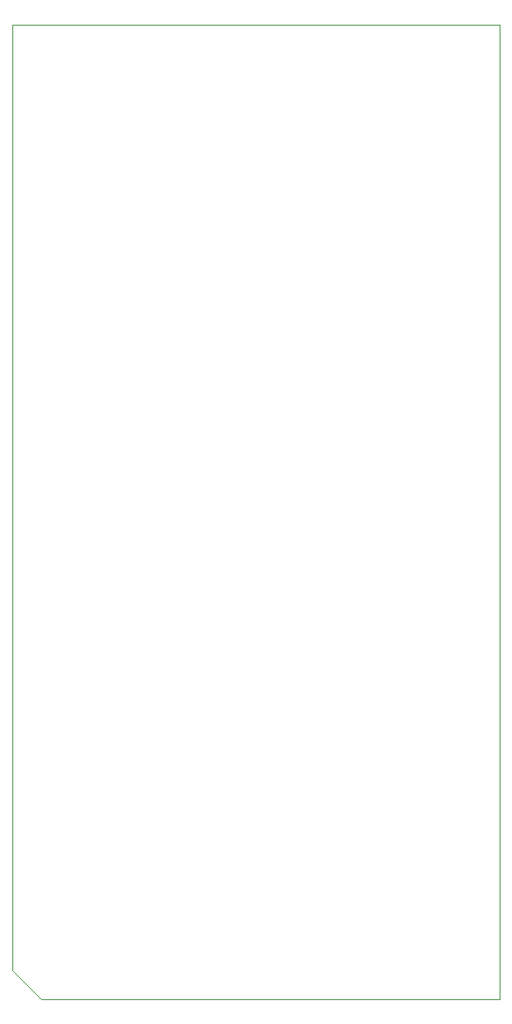
<source format=gbr>
%TF.GenerationSoftware,KiCad,Pcbnew,9.0.0*%
%TF.CreationDate,2025-06-23T20:21:27-05:00*%
%TF.ProjectId,ptFlex,7074466c-6578-42e6-9b69-6361645f7063,rev?*%
%TF.SameCoordinates,Original*%
%TF.FileFunction,Profile,NP*%
%FSLAX46Y46*%
G04 Gerber Fmt 4.6, Leading zero omitted, Abs format (unit mm)*
G04 Created by KiCad (PCBNEW 9.0.0) date 2025-06-23 20:21:27*
%MOMM*%
%LPD*%
G01*
G04 APERTURE LIST*
%TA.AperFunction,Profile*%
%ADD10C,0.050000*%
%TD*%
G04 APERTURE END LIST*
D10*
X118796000Y-145846000D02*
X115846000Y-142896000D01*
X115846000Y-45846000D02*
X165846000Y-45846000D01*
X165846000Y-145846000D02*
X118796000Y-145846000D01*
X115846000Y-142896000D02*
X115846000Y-45846000D01*
X165846000Y-45846000D02*
X165846000Y-145846000D01*
M02*

</source>
